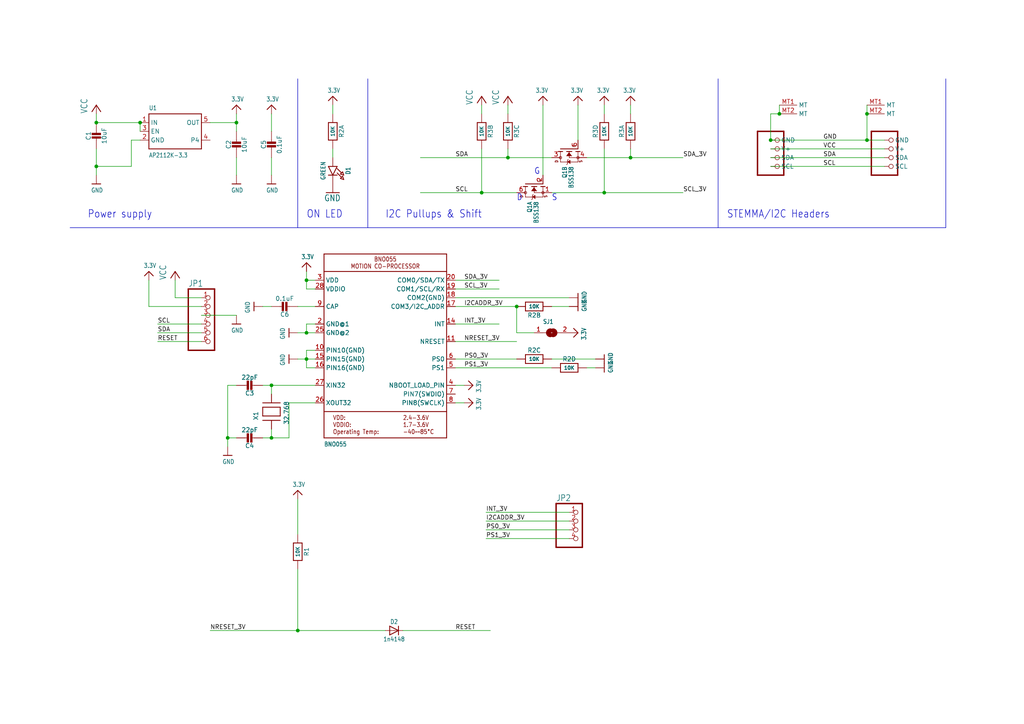
<source format=kicad_sch>
(kicad_sch (version 20231120) (generator "eeschema") (generator_version "8.0")
  (paper "A4")
  (title_block (title "BNO055_BREAKOUT") (date "SEPTEMBER 2024") (rev "SHEKHAR S"))
  (lib_symbols
    (symbol "Adafruit BNO055 STEMMA QT-eagle-import:3.3V" (power)
      (symbol "3.3V_1_0"
        (polyline (pts (xy -1.27 -1.27) (xy 0 0)) (stroke (width 0.254)))
        (polyline (pts (xy 0 0) (xy 1.27 -1.27)) (stroke (width 0.254)))
        (pin power_in line (at 0 -2.54 90) (length 2.54) (name "3.3V") (number "1"))
      )
    )
    (symbol "Adafruit BNO055 STEMMA QT-eagle-import:BNO055"
      (symbol "BNO055_1_0"
        (polyline (pts (xy -17.78 -27.94) (xy 17.78 -27.94)) (stroke (width 0.254)))
        (polyline (pts (xy -17.78 -20.32) (xy -17.78 -27.94)) (stroke (width 0.254)))
        (polyline (pts (xy -17.78 -20.32) (xy -17.78 20.32)) (stroke (width 0.254)))
        (polyline (pts (xy -17.78 20.32) (xy -17.78 25.4)) (stroke (width 0.254)))
        (polyline (pts (xy -17.78 20.32) (xy 17.78 20.32)) (stroke (width 0.254)))
        (polyline (pts (xy -17.78 25.4) (xy 17.78 25.4)) (stroke (width 0.254)))
        (polyline (pts (xy 17.78 -27.94) (xy 17.78 -20.32)) (stroke (width 0.254)))
        (polyline (pts (xy 17.78 -20.32) (xy -17.78 -20.32)) (stroke (width 0.254)))
        (polyline (pts (xy 17.78 20.32) (xy 17.78 -20.32)) (stroke (width 0.254)))
        (polyline (pts (xy 17.78 25.4) (xy 17.78 20.32)) (stroke (width 0.254)))
        (text "2.4-3.6V\n1.7-3.6V\n-40~~85°C" (at 5.08 -24.13 0) (effects (font (size 1.27 1.0795)) (justify left)))
        (text "BNO055\nMOTION CO-PROCESSOR" (at 0 22.86 0) (effects (font (size 1.27 1.0795))))
        (text "VDD:\nVDDIO:\nOperating Temp:" (at -15.24 -24.13 0) (effects (font (size 1.27 1.0795)) (justify left)))
        (pin bidirectional line (at -20.32 -2.54 0) (length 2.54) (name "PIN10(GND)") (number "10"))
        (pin bidirectional line (at 20.32 0 180) (length 2.54) (name "NRESET") (number "11"))
        (pin output line (at 20.32 5.08 180) (length 2.54) (name "INT") (number "14"))
        (pin bidirectional line (at -20.32 -5.08 0) (length 2.54) (name "PIN15(GND)") (number "15"))
        (pin bidirectional line (at -20.32 -7.62 0) (length 2.54) (name "PIN16(GND)") (number "16"))
        (pin bidirectional line (at 20.32 10.16 180) (length 2.54) (name "COM3/I2C_ADDR") (number "17"))
        (pin bidirectional line (at 20.32 12.7 180) (length 2.54) (name "COM2(GND)") (number "18"))
        (pin bidirectional line (at 20.32 15.24 180) (length 2.54) (name "COM1/SCL/RX") (number "19"))
        (pin power_in line (at -20.32 5.08 0) (length 2.54) (name "GND@1") (number "2"))
        (pin bidirectional line (at 20.32 17.78 180) (length 2.54) (name "COM0/SDA/TX") (number "20"))
        (pin power_in line (at -20.32 2.54 0) (length 2.54) (name "GND@2") (number "25"))
        (pin output line (at -20.32 -17.78 0) (length 2.54) (name "XOUT32") (number "26"))
        (pin input line (at -20.32 -12.7 0) (length 2.54) (name "XIN32") (number "27"))
        (pin power_in line (at -20.32 15.24 0) (length 2.54) (name "VDDIO") (number "28"))
        (pin power_in line (at -20.32 17.78 0) (length 2.54) (name "VDD") (number "3"))
        (pin bidirectional line (at 20.32 -12.7 180) (length 2.54) (name "NBOOT_LOAD_PIN") (number "4"))
        (pin input line (at 20.32 -7.62 180) (length 2.54) (name "PS1") (number "5"))
        (pin input line (at 20.32 -5.08 180) (length 2.54) (name "PS0") (number "6"))
        (pin bidirectional line (at 20.32 -15.24 180) (length 2.54) (name "PIN7(SWDIO)") (number "7"))
        (pin bidirectional line (at 20.32 -17.78 180) (length 2.54) (name "PIN8(SWCLK)") (number "8"))
        (pin passive line (at -20.32 10.16 0) (length 2.54) (name "CAP") (number "9"))
      )
    )
    (symbol "Adafruit BNO055 STEMMA QT-eagle-import:CAP_CERAMIC0603_NO"
      (property "Reference" "C" (at -2.29 1.25 90))
      (symbol "CAP_CERAMIC0603_NO_1_0"
        (rectangle (start -1.27 0.508) (end 1.27 1.016) (fill (type outline)))
        (rectangle (start -1.27 1.524) (end 1.27 2.032) (fill (type outline)))
        (polyline (pts (xy 0 0.762) (xy 0 0)) (stroke (width 0.1524)))
        (polyline (pts (xy 0 2.54) (xy 0 1.778)) (stroke (width 0.1524)))
        (pin passive line (at 0 5.08 270) (length 2.54) (name "1") (number "1"))
        (pin passive line (at 0 -2.54 90) (length 2.54) (name "2") (number "2"))
      )
    )
    (symbol "Adafruit BNO055 STEMMA QT-eagle-import:CAP_CERAMIC0805-NOOUTLINE"
      (property "Reference" "C" (at -2.29 1.25 90))
      (symbol "CAP_CERAMIC0805-NOOUTLINE_1_0"
        (rectangle (start -1.27 0.508) (end 1.27 1.016) (fill (type outline)))
        (rectangle (start -1.27 1.524) (end 1.27 2.032) (fill (type outline)))
        (polyline (pts (xy 0 0.762) (xy 0 0)) (stroke (width 0.1524)))
        (polyline (pts (xy 0 2.54) (xy 0 1.778)) (stroke (width 0.1524)))
        (pin passive line (at 0 5.08 270) (length 2.54) (name "1") (number "1"))
        (pin passive line (at 0 -2.54 90) (length 2.54) (name "2") (number "2"))
      )
    )
    (symbol "Adafruit BNO055 STEMMA QT-eagle-import:DIODESOD-323"
      (property "Reference" "D" (at 0 2.54 0))
      (symbol "DIODESOD-323_1_0"
        (polyline (pts (xy -1.27 -1.27) (xy 1.27 0)) (stroke (width 0.254)))
        (polyline (pts (xy -1.27 1.27) (xy -1.27 -1.27)) (stroke (width 0.254)))
        (polyline (pts (xy 1.27 0) (xy -1.27 1.27)) (stroke (width 0.254)))
        (polyline (pts (xy 1.27 0) (xy 1.27 -1.27)) (stroke (width 0.254)))
        (polyline (pts (xy 1.27 1.27) (xy 1.27 0)) (stroke (width 0.254)))
        (pin passive line (at -2.54 0 0) (length 2.54) (name "A") (number "A"))
        (pin passive line (at 2.54 0 180) (length 2.54) (name "C") (number "C"))
      )
    )
    (symbol "Adafruit BNO055 STEMMA QT-eagle-import:GND" (power)
      (symbol "GND_1_0"
        (polyline (pts (xy -1.27 0) (xy 1.27 0)) (stroke (width 0.254)))
        (pin power_in line (at 0 2.54 270) (length 2.54) (name "GND") (number "1"))
      )
    )
    (symbol "Adafruit BNO055 STEMMA QT-eagle-import:HEADER-1X476MIL"
      (property "Reference" "JP" (at -6.35 8.255 0))
      (symbol "HEADER-1X476MIL_1_0"
        (polyline (pts (xy -6.35 -5.08) (xy 1.27 -5.08)) (stroke (width 0.4064)))
        (polyline (pts (xy -6.35 7.62) (xy -6.35 -5.08)) (stroke (width 0.4064)))
        (polyline (pts (xy 1.27 -5.08) (xy 1.27 7.62)) (stroke (width 0.4064)))
        (polyline (pts (xy 1.27 7.62) (xy -6.35 7.62)) (stroke (width 0.4064)))
        (pin passive inverted (at -2.54 5.08 0) (length 2.54) (name "1") (number "1"))
        (pin passive inverted (at -2.54 2.54 0) (length 2.54) (name "2") (number "2"))
        (pin passive inverted (at -2.54 0 0) (length 2.54) (name "3") (number "3"))
        (pin passive inverted (at -2.54 -2.54 0) (length 2.54) (name "4") (number "4"))
      )
    )
    (symbol "Adafruit BNO055 STEMMA QT-eagle-import:HEADER-1X670MIL"
      (property "Reference" "JP" (at -6.35 10.795 0))
      (symbol "HEADER-1X670MIL_1_0"
        (polyline (pts (xy -6.35 -7.62) (xy 1.27 -7.62)) (stroke (width 0.4064)))
        (polyline (pts (xy -6.35 10.16) (xy -6.35 -7.62)) (stroke (width 0.4064)))
        (polyline (pts (xy 1.27 -7.62) (xy 1.27 10.16)) (stroke (width 0.4064)))
        (polyline (pts (xy 1.27 10.16) (xy -6.35 10.16)) (stroke (width 0.4064)))
        (pin passive inverted (at -2.54 7.62 0) (length 2.54) (name "1") (number "1"))
        (pin passive inverted (at -2.54 5.08 0) (length 2.54) (name "2") (number "2"))
        (pin passive inverted (at -2.54 2.54 0) (length 2.54) (name "3") (number "3"))
        (pin passive inverted (at -2.54 0 0) (length 2.54) (name "4") (number "4"))
        (pin passive inverted (at -2.54 -2.54 0) (length 2.54) (name "5") (number "5"))
        (pin passive inverted (at -2.54 -5.08 0) (length 2.54) (name "6") (number "6"))
      )
    )
    (symbol "Adafruit BNO055 STEMMA QT-eagle-import:LED0603_NOOUTLINE"
      (property "Reference" "D" (at -1.27 4.445 0))
      (symbol "LED0603_NOOUTLINE_1_0"
        (polyline (pts (xy -2.54 -1.27) (xy 0 0)) (stroke (width 0.254)))
        (polyline (pts (xy -2.54 1.27) (xy -2.54 -1.27)) (stroke (width 0.254)))
        (polyline (pts (xy -1.905 1.27) (xy -0.635 2.54)) (stroke (width 0.254)))
        (polyline (pts (xy -0.9525 2.8575) (xy -0.3175 2.2225)) (stroke (width 0.254)))
        (polyline (pts (xy -0.635 1.27) (xy 0.635 2.54)) (stroke (width 0.254)))
        (polyline (pts (xy -0.3175 2.2225) (xy 0 3.175)) (stroke (width 0.254)))
        (polyline (pts (xy 0 0) (xy -2.54 1.27)) (stroke (width 0.254)))
        (polyline (pts (xy 0 0) (xy 0 -1.27)) (stroke (width 0.254)))
        (polyline (pts (xy 0 1.27) (xy 0 0)) (stroke (width 0.254)))
        (polyline (pts (xy 0 3.175) (xy -0.9525 2.8575)) (stroke (width 0.254)))
        (polyline (pts (xy 0.3175 2.8575) (xy 0.9525 2.2225)) (stroke (width 0.254)))
        (polyline (pts (xy 0.9525 2.2225) (xy 1.27 3.175)) (stroke (width 0.254)))
        (polyline (pts (xy 1.27 3.175) (xy 0.3175 2.8575)) (stroke (width 0.254)))
        (pin passive line (at -5.08 0 0) (length 2.54) (name "A") (number "A"))
        (pin passive line (at 2.54 0 180) (length 2.54) (name "C") (number "C"))
      )
    )
    (symbol "Adafruit BNO055 STEMMA QT-eagle-import:MOSFET-N_DUAL"
      (property "Reference" "Q" (at 5.08 0.635 0))
      (symbol "MOSFET-N_DUAL_1_0"
        (polyline (pts (xy 0 2.54) (xy 0 -2.54)) (stroke (width 0.254)))
        (polyline (pts (xy 0.762 -2.54) (xy 0.762 -3.175)) (stroke (width 0.254)))
        (polyline (pts (xy 0.762 -1.905) (xy 0.762 -2.54)) (stroke (width 0.254)))
        (polyline (pts (xy 0.762 0) (xy 0.762 -0.762)) (stroke (width 0.254)))
        (polyline (pts (xy 0.762 0) (xy 2.54 0)) (stroke (width 0.1524)))
        (polyline (pts (xy 0.762 0.762) (xy 0.762 0)) (stroke (width 0.254)))
        (polyline (pts (xy 0.762 2.54) (xy 0.762 1.905)) (stroke (width 0.254)))
        (polyline (pts (xy 0.762 2.54) (xy 3.81 2.54)) (stroke (width 0.1524)))
        (polyline (pts (xy 0.762 3.175) (xy 0.762 2.54)) (stroke (width 0.254)))
        (polyline (pts (xy 2.54 -2.54) (xy 0.762 -2.54)) (stroke (width 0.1524)))
        (polyline (pts (xy 2.54 -2.54) (xy 3.81 -2.54)) (stroke (width 0.1524)))
        (polyline (pts (xy 2.54 0) (xy 2.54 -2.54)) (stroke (width 0.1524)))
        (polyline (pts (xy 3.302 0.508) (xy 3.048 0.254)) (stroke (width 0.1524)))
        (polyline (pts (xy 3.81 0.508) (xy 3.302 0.508)) (stroke (width 0.1524)))
        (polyline (pts (xy 3.81 0.508) (xy 3.81 -2.54)) (stroke (width 0.1524)))
        (polyline (pts (xy 3.81 2.54) (xy 3.81 0.508)) (stroke (width 0.1524)))
        (polyline (pts (xy 4.318 0.508) (xy 3.81 0.508)) (stroke (width 0.1524)))
        (polyline (pts (xy 4.572 0.762) (xy 4.318 0.508)) (stroke (width 0.1524)))
        (polyline (pts (xy 1.016 0) (xy 2.032 0.762) (xy 2.032 -0.762)) (stroke (width 0.1524)) (fill (type outline)))
        (polyline (pts (xy 3.81 0.508) (xy 3.302 -0.254) (xy 4.318 -0.254)) (stroke (width 0.1524)) (fill (type outline)))
        (circle (center 2.54 -2.54) (radius 0.3592))
        (circle (center 2.54 2.54) (radius 0.3592))
        (text "D" (at 3.175 3.175 0) (effects (font (size 0.8128 0.6908)) (justify left bottom)))
        (text "G" (at -1.27 -1.905 0) (effects (font (size 0.8128 0.6908)) (justify left bottom)))
        (text "S" (at 3.175 -3.81 0) (effects (font (size 0.8128 0.6908)) (justify left bottom)))
        (pin bidirectional line (at 2.54 -5.08 90) (length 2.54) (name "S") (number "1"))
        (pin bidirectional line (at -2.54 -2.54 0) (length 2.54) (name "G") (number "2"))
        (pin bidirectional line (at 2.54 5.08 270) (length 2.54) (name "D") (number "6"))
      )
      (symbol "MOSFET-N_DUAL_2_0"
        (polyline (pts (xy 0 2.54) (xy 0 -2.54)) (stroke (width 0.254)))
        (polyline (pts (xy 0.762 -2.54) (xy 0.762 -3.175)) (stroke (width 0.254)))
        (polyline (pts (xy 0.762 -1.905) (xy 0.762 -2.54)) (stroke (width 0.254)))
        (polyline (pts (xy 0.762 0) (xy 0.762 -0.762)) (stroke (width 0.254)))
        (polyline (pts (xy 0.762 0) (xy 2.54 0)) (stroke (width 0.1524)))
        (polyline (pts (xy 0.762 0.762) (xy 0.762 0)) (stroke (width 0.254)))
        (polyline (pts (xy 0.762 2.54) (xy 0.762 1.905)) (stroke (width 0.254)))
        (polyline (pts (xy 0.762 2.54) (xy 3.81 2.54)) (stroke (width 0.1524)))
        (polyline (pts (xy 0.762 3.175) (xy 0.762 2.54)) (stroke (width 0.254)))
        (polyline (pts (xy 2.54 -2.54) (xy 0.762 -2.54)) (stroke (width 0.1524)))
        (polyline (pts (xy 2.54 -2.54) (xy 3.81 -2.54)) (stroke (width 0.1524)))
        (polyline (pts (xy 2.54 0) (xy 2.54 -2.54)) (stroke (width 0.1524)))
        (polyline (pts (xy 3.302 0.508) (xy 3.048 0.254)) (stroke (width 0.1524)))
        (polyline (pts (xy 3.81 0.508) (xy 3.302 0.508)) (stroke (width 0.1524)))
        (polyline (pts (xy 3.81 0.508) (xy 3.81 -2.54)) (stroke (width 0.1524)))
        (polyline (pts (xy 3.81 2.54) (xy 3.81 0.508)) (stroke (width 0.1524)))
        (polyline (pts (xy 4.318 0.508) (xy 3.81 0.508)) (stroke (width 0.1524)))
        (polyline (pts (xy 4.572 0.762) (xy 4.318 0.508)) (stroke (width 0.1524)))
        (polyline (pts (xy 1.016 0) (xy 2.032 0.762) (xy 2.032 -0.762)) (stroke (width 0.1524)) (fill (type outline)))
        (polyline (pts (xy 3.81 0.508) (xy 3.302 -0.254) (xy 4.318 -0.254)) (stroke (width 0.1524)) (fill (type outline)))
        (circle (center 2.54 -2.54) (radius 0.3592))
        (circle (center 2.54 2.54) (radius 0.3592))
        (text "D" (at 3.175 3.175 0) (effects (font (size 0.8128 0.6908)) (justify left bottom)))
        (text "G" (at -1.27 -1.905 0) (effects (font (size 0.8128 0.6908)) (justify left bottom)))
        (text "S" (at 3.175 -3.81 0) (effects (font (size 0.8128 0.6908)) (justify left bottom)))
        (pin bidirectional line (at 2.54 5.08 270) (length 2.54) (name "D") (number "3"))
        (pin bidirectional line (at 2.54 -5.08 90) (length 2.54) (name "S") (number "4"))
        (pin bidirectional line (at -2.54 -2.54 0) (length 2.54) (name "G") (number "5"))
      )
    )
    (symbol "Adafruit BNO055 STEMMA QT-eagle-import:RESISTOR_0603_NOOUT"
      (property "Reference" "R" (at 0 2.54 0))
      (symbol "RESISTOR_0603_NOOUT_1_0"
        (polyline (pts (xy -2.54 -1.27) (xy -2.54 1.27)) (stroke (width 0.254)))
        (polyline (pts (xy -2.54 1.27) (xy 2.54 1.27)) (stroke (width 0.254)))
        (polyline (pts (xy 2.54 -1.27) (xy -2.54 -1.27)) (stroke (width 0.254)))
        (polyline (pts (xy 2.54 1.27) (xy 2.54 -1.27)) (stroke (width 0.254)))
        (pin passive line (at -5.08 0 0) (length 2.54) (name "1") (number "1"))
        (pin passive line (at 5.08 0 180) (length 2.54) (name "2") (number "2"))
      )
    )
    (symbol "Adafruit BNO055 STEMMA QT-eagle-import:RESISTOR_4PACK"
      (property "Reference" "R" (at 0 2.54 0))
      (symbol "RESISTOR_4PACK_1_0"
        (polyline (pts (xy -2.54 -1.27) (xy -2.54 1.27)) (stroke (width 0.254)))
        (polyline (pts (xy -2.54 1.27) (xy 2.54 1.27)) (stroke (width 0.254)))
        (polyline (pts (xy 2.54 -1.27) (xy -2.54 -1.27)) (stroke (width 0.254)))
        (polyline (pts (xy 2.54 1.27) (xy 2.54 -1.27)) (stroke (width 0.254)))
        (pin passive line (at -5.08 0 0) (length 2.54) (name "1") (number "1"))
        (pin passive line (at 5.08 0 180) (length 2.54) (name "2") (number "8"))
      )
      (symbol "RESISTOR_4PACK_2_0"
        (polyline (pts (xy -2.54 -1.27) (xy -2.54 1.27)) (stroke (width 0.254)))
        (polyline (pts (xy -2.54 1.27) (xy 2.54 1.27)) (stroke (width 0.254)))
        (polyline (pts (xy 2.54 -1.27) (xy -2.54 -1.27)) (stroke (width 0.254)))
        (polyline (pts (xy 2.54 1.27) (xy 2.54 -1.27)) (stroke (width 0.254)))
        (pin passive line (at -5.08 0 0) (length 2.54) (name "1") (number "2"))
        (pin passive line (at 5.08 0 180) (length 2.54) (name "2") (number "7"))
      )
      (symbol "RESISTOR_4PACK_3_0"
        (polyline (pts (xy -2.54 -1.27) (xy -2.54 1.27)) (stroke (width 0.254)))
        (polyline (pts (xy -2.54 1.27) (xy 2.54 1.27)) (stroke (width 0.254)))
        (polyline (pts (xy 2.54 -1.27) (xy -2.54 -1.27)) (stroke (width 0.254)))
        (polyline (pts (xy 2.54 1.27) (xy 2.54 -1.27)) (stroke (width 0.254)))
        (pin passive line (at -5.08 0 0) (length 2.54) (name "1") (number "3"))
        (pin passive line (at 5.08 0 180) (length 2.54) (name "2") (number "6"))
      )
      (symbol "RESISTOR_4PACK_4_0"
        (polyline (pts (xy -2.54 -1.27) (xy -2.54 1.27)) (stroke (width 0.254)))
        (polyline (pts (xy -2.54 1.27) (xy 2.54 1.27)) (stroke (width 0.254)))
        (polyline (pts (xy 2.54 -1.27) (xy -2.54 -1.27)) (stroke (width 0.254)))
        (polyline (pts (xy 2.54 1.27) (xy 2.54 -1.27)) (stroke (width 0.254)))
        (pin passive line (at -5.08 0 0) (length 2.54) (name "1") (number "4"))
        (pin passive line (at 5.08 0 180) (length 2.54) (name "2") (number "5"))
      )
    )
    (symbol "Adafruit BNO055 STEMMA QT-eagle-import:SOLDERJUMPER"
      (property "Reference" "SJ" (at -2.54 2.54 0))
      (symbol "SOLDERJUMPER_1_0"
        (arc (start -0.3808 0.635) (mid -1.0159 0.0001) (end -0.381 -0.635) (stroke (width 1.27)))
        (polyline (pts (xy -2.54 0) (xy -1.651 0)) (stroke (width 0.1524)))
        (polyline (pts (xy 2.54 0) (xy 1.651 0)) (stroke (width 0.1524)))
        (arc (start 0.3808 -0.635) (mid 1.0159 -0.0001) (end 0.381 0.635) (stroke (width 1.27)))
        (pin passive line (at -5.08 0 0) (length 2.54) (name "1") (number "1"))
        (pin passive line (at 5.08 0 180) (length 2.54) (name "2") (number "2"))
      )
    )
    (symbol "Adafruit BNO055 STEMMA QT-eagle-import:STEMMA_I2C_QT"
      (symbol "STEMMA_I2C_QT_1_0"
        (polyline (pts (xy -3.81 -5.08) (xy 3.81 -5.08)) (stroke (width 0.4064)))
        (polyline (pts (xy -3.81 7.62) (xy -3.81 -5.08)) (stroke (width 0.4064)))
        (polyline (pts (xy 3.81 -5.08) (xy 3.81 7.62)) (stroke (width 0.4064)))
        (polyline (pts (xy 3.81 7.62) (xy -3.81 7.62)) (stroke (width 0.4064)))
        (pin passive inverted (at 0 5.08 0) (length 2.54) (name "GND") (number "1"))
        (pin passive inverted (at 0 2.54 0) (length 2.54) (name "V+") (number "2"))
        (pin passive inverted (at 0 0 0) (length 2.54) (name "SDA") (number "3"))
        (pin passive inverted (at 0 -2.54 0) (length 2.54) (name "SCL") (number "4"))
      )
      (symbol "STEMMA_I2C_QT_2_0"
        (pin bidirectional line (at 0 0 0) (length 5.08) (name "MT") (number "MT1"))
      )
      (symbol "STEMMA_I2C_QT_3_0"
        (pin bidirectional line (at 0 0 0) (length 5.08) (name "MT") (number "MT2"))
      )
    )
    (symbol "Adafruit BNO055 STEMMA QT-eagle-import:VCC" (power)
      (symbol "VCC_1_0"
        (polyline (pts (xy 0 0) (xy -1.27 -1.905)) (stroke (width 0.254)))
        (polyline (pts (xy 1.27 -1.905) (xy 0 0)) (stroke (width 0.254)))
        (pin power_in line (at 0 -2.54 90) (length 2.54) (name "VCC") (number "1"))
      )
    )
    (symbol "Adafruit BNO055 STEMMA QT-eagle-import:VREG_SOT23-5"
      (property "Reference" "U" (at -7.62 6.096 0))
      (symbol "VREG_SOT23-5_1_0"
        (polyline (pts (xy -7.62 -5.08) (xy -7.62 5.08)) (stroke (width 0.254)))
        (polyline (pts (xy -7.62 5.08) (xy 7.62 5.08)) (stroke (width 0.254)))
        (polyline (pts (xy 7.62 -5.08) (xy -7.62 -5.08)) (stroke (width 0.254)))
        (polyline (pts (xy 7.62 5.08) (xy 7.62 -5.08)) (stroke (width 0.254)))
        (pin power_in line (at -10.16 2.54 0) (length 2.54) (name "IN") (number "1"))
        (pin power_in line (at -10.16 -2.54 0) (length 2.54) (name "GND") (number "2"))
        (pin input line (at -10.16 0 0) (length 2.54) (name "EN") (number "3"))
        (pin bidirectional line (at 10.16 -2.54 180) (length 2.54) (name "P4") (number "4"))
        (pin power_in line (at 10.16 2.54 180) (length 2.54) (name "OUT") (number "5"))
      )
    )
    (symbol "Adafruit BNO055 STEMMA QT-eagle-import:XTAL-3.2X1.5"
      (property "Reference" "X" (at -2.54 3.81 0))
      (symbol "XTAL-3.2X1.5_1_0"
        (polyline (pts (xy -2.54 2.54) (xy -2.54 -2.54)) (stroke (width 0.254)))
        (polyline (pts (xy -1.27 -2.54) (xy 1.27 -2.54)) (stroke (width 0.254)))
        (polyline (pts (xy -1.27 2.54) (xy -1.27 -2.54)) (stroke (width 0.254)))
        (polyline (pts (xy 1.27 -2.54) (xy 1.27 2.54)) (stroke (width 0.254)))
        (polyline (pts (xy 1.27 2.54) (xy -1.27 2.54)) (stroke (width 0.254)))
        (polyline (pts (xy 2.54 2.54) (xy 2.54 -2.54)) (stroke (width 0.254)))
        (pin bidirectional line (at -5.08 0 0) (length 2.54) (name "P$1") (number "P$1"))
        (pin bidirectional line (at 5.08 0 180) (length 2.54) (name "P$2") (number "P$2"))
      )
    )
    (symbol "Adafruit BNO055 STEMMA QT-eagle-import:supply1_GND" (power)
      (symbol "supply1_GND_1_0"
        (polyline (pts (xy -1.905 0) (xy 1.905 0)) (stroke (width 0.254)))
        (pin power_in line (at 0 2.54 270) (length 2.54) (name "GND") (number "1"))
      )
    )
  )
  (junction (at 88.9 81.28))
  (junction (at 88.9 104.14))
  (junction (at 78.74 127))
  (junction (at 251.46 33.02))
  (junction (at 175.26 55.88))
  (junction (at 27.94 48.26))
  (junction (at 78.74 111.76))
  (junction (at 223.52 40.64))
  (junction (at 86.36 182.88))
  (junction (at 139.7 55.88))
  (junction (at 182.88 45.72))
  (junction (at 147.32 45.72))
  (junction (at 226.06 33.02))
  (junction (at 27.94 35.56))
  (junction (at 149.86 88.9))
  (junction (at 251.46 40.64))
  (junction (at 40.64 35.56))
  (junction (at 68.58 35.56))
  (junction (at 88.9 96.52))
  (junction (at 66.04 127))
  (wire (pts (xy 58.42 93.98) (xy 45.72 93.98)) (stroke (width 0.1524)))
  (wire (pts (xy 58.42 86.36) (xy 50.8 86.36)) (stroke (width 0.1524)))
  (wire (pts (xy 251.46 33.02) (xy 251.46 40.64)) (stroke (width 0.1524)))
  (wire (pts (xy 256.54 45.72) (xy 223.52 45.72)) (stroke (width 0.1524)))
  (wire (pts (xy 132.08 104.14) (xy 149.86 104.14)) (stroke (width 0.1524)))
  (wire (pts (xy 91.44 106.68) (xy 88.9 106.68)) (stroke (width 0.1524)))
  (wire (pts (xy 58.42 99.06) (xy 45.72 99.06)) (stroke (width 0.1524)))
  (wire (pts (xy 223.52 43.18) (xy 256.54 43.18)) (stroke (width 0.1524)))
  (wire (pts (xy 60.96 35.56) (xy 68.58 35.56)) (stroke (width 0.1524)))
  (wire (pts (xy 91.44 93.98) (xy 88.9 93.98)) (stroke (width 0.1524)))
  (wire (pts (xy 78.74 45.72) (xy 78.74 50.8)) (stroke (width 0.1524)))
  (wire (pts (xy 68.58 45.72) (xy 68.58 50.8)) (stroke (width 0.1524)))
  (wire (pts (xy 139.7 43.18) (xy 139.7 55.88)) (stroke (width 0.1524)))
  (wire (pts (xy 175.26 43.18) (xy 175.26 55.88)) (stroke (width 0.1524)))
  (wire (pts (xy 27.94 48.26) (xy 27.94 43.18)) (stroke (width 0.1524)))
  (wire (pts (xy 160.02 55.88) (xy 175.26 55.88)) (stroke (width 0.1524)))
  (wire (pts (xy 132.08 106.68) (xy 160.02 106.68)) (stroke (width 0.1524)))
  (wire (pts (xy 27.94 48.26) (xy 27.94 50.8)) (stroke (width 0.1524)))
  (wire (pts (xy 27.94 33.02) (xy 27.94 35.56)) (stroke (width 0.1524)))
  (wire (pts (xy 165.1 86.36) (xy 132.08 86.36)) (stroke (width 0.1524)))
  (wire (pts (xy 88.9 104.14) (xy 86.36 104.14)) (stroke (width 0.1524)))
  (wire (pts (xy 132.08 88.9) (xy 149.86 88.9)) (stroke (width 0.1524)))
  (wire (pts (xy 147.32 43.18) (xy 147.32 45.72)) (stroke (width 0.1524)))
  (wire (pts (xy 132.08 99.06) (xy 149.86 99.06)) (stroke (width 0.1524)))
  (wire (pts (xy 86.36 165.1) (xy 86.36 182.88)) (stroke (width 0.1524)))
  (wire (pts (xy 88.9 101.6) (xy 88.9 104.14)) (stroke (width 0.1524)))
  (wire (pts (xy 170.18 106.68) (xy 172.72 106.68)) (stroke (width 0.1524)))
  (wire (pts (xy 140.97 153.67) (xy 165.1 153.67)) (stroke (width 0.1524)))
  (wire (pts (xy 50.8 86.36) (xy 50.8 81.28)) (stroke (width 0.1524)))
  (wire (pts (xy 226.06 33.02) (xy 223.52 33.02)) (stroke (width 0.1524)))
  (wire (pts (xy 182.88 45.72) (xy 198.12 45.72)) (stroke (width 0.1524)))
  (wire (pts (xy 182.88 33.02) (xy 182.88 30.48)) (stroke (width 0.1524)))
  (wire (pts (xy 140.97 151.13) (xy 165.1 151.13)) (stroke (width 0.1524)))
  (wire (pts (xy 175.26 33.02) (xy 175.26 30.48)) (stroke (width 0.1524)))
  (wire (pts (xy 88.9 81.28) (xy 88.9 78.74)) (stroke (width 0.1524)))
  (wire (pts (xy 58.42 96.52) (xy 45.72 96.52)) (stroke (width 0.1524)))
  (wire (pts (xy 223.52 48.26) (xy 256.54 48.26)) (stroke (width 0.1524)))
  (wire (pts (xy 40.64 38.1) (xy 40.64 35.56)) (stroke (width 0.1524)))
  (wire (pts (xy 78.74 88.9) (xy 76.2 88.9)) (stroke (width 0.1524)))
  (wire (pts (xy 139.7 30.48) (xy 139.7 33.02)) (stroke (width 0.1524)))
  (wire (pts (xy 83.82 127) (xy 78.74 127)) (stroke (width 0.1524)))
  (wire (pts (xy 91.44 111.76) (xy 78.74 111.76)) (stroke (width 0.1524)))
  (wire (pts (xy 175.26 55.88) (xy 198.12 55.88)) (stroke (width 0.1524)))
  (wire (pts (xy 157.48 50.8) (xy 157.48 30.48)) (stroke (width 0.1524)))
  (wire (pts (xy 88.9 83.82) (xy 88.9 81.28)) (stroke (width 0.1524)))
  (wire (pts (xy 78.74 111.76) (xy 76.2 111.76)) (stroke (width 0.1524)))
  (wire (pts (xy 140.97 148.59) (xy 165.1 148.59)) (stroke (width 0.1524)))
  (wire (pts (xy 60.96 182.88) (xy 86.36 182.88)) (stroke (width 0.1524)))
  (wire (pts (xy 132.08 81.28) (xy 144.78 81.28)) (stroke (width 0.1524)))
  (wire (pts (xy 68.58 35.56) (xy 68.58 38.1)) (stroke (width 0.1524)))
  (polyline (pts (xy 106.68 66.04) (xy 208.28 66.04)) (stroke (width 0.1524) (type solid)))
  (wire (pts (xy 170.18 45.72) (xy 182.88 45.72)) (stroke (width 0.1524)))
  (wire (pts (xy 88.9 106.68) (xy 88.9 104.14)) (stroke (width 0.1524)))
  (wire (pts (xy 40.64 40.64) (xy 38.1 40.64)) (stroke (width 0.1524)))
  (wire (pts (xy 68.58 127) (xy 66.04 127)) (stroke (width 0.1524)))
  (wire (pts (xy 226.06 30.48) (xy 226.06 33.02)) (stroke (width 0.1524)))
  (wire (pts (xy 91.44 101.6) (xy 88.9 101.6)) (stroke (width 0.1524)))
  (wire (pts (xy 147.32 45.72) (xy 121.92 45.72)) (stroke (width 0.1524)))
  (wire (pts (xy 251.46 30.48) (xy 251.46 33.02)) (stroke (width 0.1524)))
  (wire (pts (xy 78.74 114.3) (xy 78.74 111.76)) (stroke (width 0.1524)))
  (wire (pts (xy 78.74 127) (xy 76.2 127)) (stroke (width 0.1524)))
  (wire (pts (xy 140.97 156.21) (xy 165.1 156.21)) (stroke (width 0.1524)))
  (polyline (pts (xy 208.28 66.04) (xy 274.32 66.04)) (stroke (width 0.1524) (type solid)))
  (wire (pts (xy 149.86 96.52) (xy 154.94 96.52)) (stroke (width 0.1524)))
  (wire (pts (xy 96.52 30.48) (xy 96.52 33.02)) (stroke (width 0.1524)))
  (wire (pts (xy 86.36 154.94) (xy 86.36 144.78)) (stroke (width 0.1524)))
  (wire (pts (xy 78.74 124.46) (xy 78.74 127)) (stroke (width 0.1524)))
  (wire (pts (xy 132.08 111.76) (xy 134.62 111.76)) (stroke (width 0.1524)))
  (wire (pts (xy 43.18 88.9) (xy 43.18 81.28)) (stroke (width 0.1524)))
  (wire (pts (xy 160.02 45.72) (xy 147.32 45.72)) (stroke (width 0.1524)))
  (wire (pts (xy 147.32 33.02) (xy 147.32 30.48)) (stroke (width 0.1524)))
  (wire (pts (xy 182.88 43.18) (xy 182.88 45.72)) (stroke (width 0.1524)))
  (wire (pts (xy 83.82 116.84) (xy 83.82 127)) (stroke (width 0.1524)))
  (wire (pts (xy 132.08 83.82) (xy 144.78 83.82)) (stroke (width 0.1524)))
  (wire (pts (xy 91.44 104.14) (xy 88.9 104.14)) (stroke (width 0.1524)))
  (wire (pts (xy 68.58 111.76) (xy 66.04 111.76)) (stroke (width 0.1524)))
  (polyline (pts (xy 20.32 66.04) (xy 86.36 66.04)) (stroke (width 0.1524) (type solid)))
  (wire (pts (xy 58.42 88.9) (xy 43.18 88.9)) (stroke (width 0.1524)))
  (wire (pts (xy 78.74 33.02) (xy 78.74 38.1)) (stroke (width 0.1524)))
  (wire (pts (xy 165.1 88.9) (xy 160.02 88.9)) (stroke (width 0.1524)))
  (wire (pts (xy 38.1 40.64) (xy 38.1 48.26)) (stroke (width 0.1524)))
  (wire (pts (xy 91.44 81.28) (xy 88.9 81.28)) (stroke (width 0.1524)))
  (polyline (pts (xy 274.32 22.86) (xy 274.32 66.04)) (stroke (width 0.1524) (type solid)))
  (wire (pts (xy 58.42 91.44) (xy 68.58 91.44)) (stroke (width 0.1524)))
  (wire (pts (xy 223.52 33.02) (xy 223.52 40.64)) (stroke (width 0.1524)))
  (wire (pts (xy 96.52 45.72) (xy 96.52 43.18)) (stroke (width 0.1524)))
  (polyline (pts (xy 86.36 22.86) (xy 86.36 66.04)) (stroke (width 0.1524) (type solid)))
  (wire (pts (xy 88.9 93.98) (xy 88.9 96.52)) (stroke (width 0.1524)))
  (wire (pts (xy 132.08 93.98) (xy 144.78 93.98)) (stroke (width 0.1524)))
  (wire (pts (xy 91.44 116.84) (xy 83.82 116.84)) (stroke (width 0.1524)))
  (wire (pts (xy 149.86 55.88) (xy 139.7 55.88)) (stroke (width 0.1524)))
  (wire (pts (xy 149.86 88.9) (xy 149.86 96.52)) (stroke (width 0.1524)))
  (wire (pts (xy 38.1 48.26) (xy 27.94 48.26)) (stroke (width 0.1524)))
  (polyline (pts (xy 86.36 66.04) (xy 106.68 66.04)) (stroke (width 0.1524) (type solid)))
  (wire (pts (xy 256.54 40.64) (xy 251.46 40.64)) (stroke (width 0.1524)))
  (wire (pts (xy 91.44 96.52) (xy 88.9 96.52)) (stroke (width 0.1524)))
  (wire (pts (xy 66.04 111.76) (xy 66.04 127)) (stroke (width 0.1524)))
  (wire (pts (xy 66.04 127) (xy 66.04 129.54)) (stroke (width 0.1524)))
  (wire (pts (xy 251.46 40.64) (xy 223.52 40.64)) (stroke (width 0.1524)))
  (wire (pts (xy 160.02 104.14) (xy 172.72 104.14)) (stroke (width 0.1524)))
  (polyline (pts (xy 208.28 22.86) (xy 208.28 66.04)) (stroke (width 0.1524) (type solid)))
  (wire (pts (xy 116.84 182.88) (xy 142.24 182.88)) (stroke (width 0.1524)))
  (wire (pts (xy 40.64 35.56) (xy 27.94 35.56)) (stroke (width 0.1524)))
  (wire (pts (xy 86.36 182.88) (xy 111.76 182.88)) (stroke (width 0.1524)))
  (wire (pts (xy 68.58 35.56) (xy 68.58 33.02)) (stroke (width 0.1524)))
  (wire (pts (xy 88.9 96.52) (xy 86.36 96.52)) (stroke (width 0.1524)))
  (wire (pts (xy 167.64 40.64) (xy 167.64 30.48)) (stroke (width 0.1524)))
  (wire (pts (xy 134.62 116.84) (xy 132.08 116.84)) (stroke (width 0.1524)))
  (polyline (pts (xy 106.68 22.86) (xy 106.68 66.04)) (stroke (width 0.1524) (type solid)))
  (wire (pts (xy 91.44 83.82) (xy 88.9 83.82)) (stroke (width 0.1524)))
  (wire (pts (xy 91.44 88.9) (xy 86.36 88.9)) (stroke (width 0.1524)))
  (wire (pts (xy 139.7 55.88) (xy 121.92 55.88)) (stroke (width 0.1524)))
  (text "S" (at 160.02 58.42 0) (effects (font (size 1.778 1.5113)) (justify left bottom)))
  (text "I2C Pullups & Shift" (at 111.76 63.5 0) (effects (font (size 2.1844 1.8567)) (justify left bottom)))
  (text "G" (at 154.94 50.8 0) (effects (font (size 1.778 1.5113)) (justify left bottom)))
  (text "ON LED" (at 88.9 63.5 0) (effects (font (size 2.1844 1.8567)) (justify left bottom)))
  (text "D" (at 149.86 58.42 0) (effects (font (size 1.778 1.5113)) (justify left bottom)))
  (text "STEMMA/I2C Headers" (at 210.82 63.5 0) (effects (font (size 2.1844 1.8567)) (justify left bottom)))
  (text "Power supply" (at 25.4 63.5 0) (effects (font (size 2.1844 1.8567)) (justify left bottom)))
  (label "PS0_3V" (at 140.97 153.67 0) (effects (font (size 1.2446 1.2446))))
  (label "VCC" (at 238.76 43.18 0) (effects (font (size 1.2446 1.2446))))
  (label "PS0_3V" (at 134.62 104.14 0) (effects (font (size 1.2446 1.2446))))
  (label "SDA" (at 238.76 45.72 0) (effects (font (size 1.2446 1.2446))))
  (label "I2CADDR_3V" (at 140.97 151.13 0) (effects (font (size 1.2446 1.2446))))
  (label "SCL_3V" (at 198.12 55.88 0) (effects (font (size 1.2446 1.2446))))
  (label "RESET" (at 132.08 182.88 0) (effects (font (size 1.2446 1.2446))))
  (label "I2CADDR_3V" (at 134.62 88.9 0) (effects (font (size 1.2446 1.2446))))
  (label "SCL" (at 45.72 93.98 0) (effects (font (size 1.2446 1.2446))))
  (label "SDA_3V" (at 134.62 81.28 0) (effects (font (size 1.2446 1.2446))))
  (label "GND" (at 238.76 40.64 0) (effects (font (size 1.2446 1.2446))))
  (label "RESET" (at 45.72 99.06 0) (effects (font (size 1.2446 1.2446))))
  (label "PS1_3V" (at 134.62 106.68 0) (effects (font (size 1.2446 1.2446))))
  (label "SCL" (at 132.08 55.88 0) (effects (font (size 1.2446 1.2446))))
  (label "NRESET_3V" (at 134.62 99.06 0) (effects (font (size 1.2446 1.2446))))
  (label "SDA" (at 45.72 96.52 0) (effects (font (size 1.2446 1.2446))))
  (label "SCL" (at 238.76 48.26 0) (effects (font (size 1.2446 1.2446))))
  (label "PS1_3V" (at 140.97 156.21 0) (effects (font (size 1.2446 1.2446))))
  (label "INT_3V" (at 134.62 93.98 0) (effects (font (size 1.2446 1.2446))))
  (label "SDA" (at 132.08 45.72 0) (effects (font (size 1.2446 1.2446))))
  (label "NRESET_3V" (at 60.96 182.88 0) (effects (font (size 1.2446 1.2446))))
  (label "SDA_3V" (at 198.12 45.72 0) (effects (font (size 1.2446 1.2446))))
  (label "SCL_3V" (at 134.62 83.82 0) (effects (font (size 1.2446 1.2446))))
  (label "INT_3V" (at 140.97 148.59 0) (effects (font (size 1.2446 1.2446))))
  (symbol (lib_id "Adafruit BNO055 STEMMA QT-eagle-import:RESISTOR_4PACK") (at 165.1 106.68 0) (unit 4)
    (property "Reference" "R2" (at 165.1 104.14 0))
    (property "Value" "10K" (at 165.1 106.68 0) (effects (font (size 1.016 1.016) (bold yes))))
    (property "Footprint" "Adafruit BNO055 STEMMA QT:RESPACK_4X0603" (effects (hide yes)))
  )
  (symbol (lib_id "Adafruit BNO055 STEMMA QT-eagle-import:3.3V") (at 43.18 78.74 0) (unit 1)
    (property "Reference" "#U$02" (effects (hide yes)))
    (property "Value" "3.3V" (at 41.656 77.724 0) (effects (font (size 1.27 1.0795)) (justify left bottom)))
  )
  (symbol (lib_id "Adafruit BNO055 STEMMA QT-eagle-import:MOSFET-N_DUAL") (at 165.1 43.18 90) (mirror x) (unit 2)
    (property "Reference" "Q1" (at 164.465 48.26 0) (effects (font (size 1.27 1.0795)) (justify left bottom)))
    (property "Value" "BSS138" (at 166.37 48.26 0) (effects (font (size 1.27 1.0795)) (justify left bottom)))
    (property "Footprint" "Adafruit BNO055 STEMMA QT:SOT363" (effects (hide yes)))
  )
  (symbol (lib_id "Adafruit BNO055 STEMMA QT-eagle-import:3.3V") (at 68.58 30.48 0) (unit 1)
    (property "Reference" "#U$04" (effects (hide yes)))
    (property "Value" "3.3V" (at 67.056 29.464 0) (effects (font (size 1.27 1.0795)) (justify left bottom)))
  )
  (symbol (lib_id "Adafruit BNO055 STEMMA QT-eagle-import:3.3V") (at 182.88 27.94 0) (mirror y) (unit 1)
    (property "Reference" "#U$025" (effects (hide yes)))
    (property "Value" "3.3V" (at 184.404 26.924 0) (effects (font (size 1.27 1.0795)) (justify left bottom)))
  )
  (symbol (lib_id "Adafruit BNO055 STEMMA QT-eagle-import:RESISTOR_0603_NOOUT") (at 86.36 160.02 270) (unit 1)
    (property "Reference" "R1" (at 88.9 160.02 0))
    (property "Value" "10K" (at 86.36 160.02 0) (effects (font (size 1.016 1.016) (bold yes))))
    (property "Footprint" "Adafruit BNO055 STEMMA QT:0603-NO" (effects (hide yes)))
  )
  (symbol (lib_id "Adafruit BNO055 STEMMA QT-eagle-import:GND") (at 175.26 106.68 90) (unit 1)
    (property "Reference" "#U$024" (effects (hide yes)))
    (property "Value" "GND" (at 177.8 108.204 0) (effects (font (size 1.27 1.0795)) (justify left bottom)))
  )
  (symbol (lib_id "Adafruit BNO055 STEMMA QT-eagle-import:RESISTOR_4PACK") (at 154.94 104.14 0) (unit 3)
    (property "Reference" "R2" (at 154.94 101.6 0))
    (property "Value" "10K" (at 154.94 104.14 0) (effects (font (size 1.016 1.016) (bold yes))))
    (property "Footprint" "Adafruit BNO055 STEMMA QT:RESPACK_4X0603" (effects (hide yes)))
  )
  (symbol (lib_id "Adafruit BNO055 STEMMA QT-eagle-import:GND") (at 78.74 53.34 0) (unit 1)
    (property "Reference" "#U$09" (effects (hide yes)))
    (property "Value" "GND" (at 77.216 55.88 0) (effects (font (size 1.27 1.0795)) (justify left bottom)))
  )
  (symbol (lib_id "Adafruit BNO055 STEMMA QT-eagle-import:CAP_CERAMIC0603_NO") (at 73.66 127 90) (unit 1)
    (property "Reference" "C4" (at 72.41 129.29 90))
    (property "Value" "22pF" (at 72.41 124.7 90))
    (property "Footprint" "Adafruit BNO055 STEMMA QT:0603-NO" (effects (hide yes)))
  )
  (symbol (lib_id "Adafruit BNO055 STEMMA QT-eagle-import:XTAL-3.2X1.5") (at 78.74 119.38 90) (unit 1)
    (property "Reference" "X1" (at 74.93 121.92 0) (effects (justify left bottom)))
    (property "Value" "32.768" (at 83.82 123.19 0) (effects (justify left bottom)))
    (property "Footprint" "Adafruit BNO055 STEMMA QT:XTAL3215" (effects (hide yes)))
  )
  (symbol (lib_id "Adafruit BNO055 STEMMA QT-eagle-import:STEMMA_I2C_QT") (at 256.54 45.72 0) (unit 1)
    (property "Reference" "CONN2" (effects (hide yes)))
    (property "Value" "STEMMA_I2C_QT" (effects (hide yes)))
    (property "Footprint" "Adafruit BNO055 STEMMA QT:JST_SH4" (effects (hide yes)))
  )
  (symbol (lib_id "Adafruit BNO055 STEMMA QT-eagle-import:RESISTOR_4PACK") (at 154.94 88.9 180) (unit 2)
    (property "Reference" "R2" (at 154.94 91.44 0))
    (property "Value" "10K" (at 154.94 88.9 0) (effects (font (size 1.016 1.016) (bold yes))))
    (property "Footprint" "Adafruit BNO055 STEMMA QT:RESPACK_4X0603" (effects (hide yes)))
  )
  (symbol (lib_id "Adafruit BNO055 STEMMA QT-eagle-import:CAP_CERAMIC0603_NO") (at 83.82 88.9 90) (unit 1)
    (property "Reference" "C6" (at 82.57 91.19 90))
    (property "Value" "0.1uF" (at 82.57 86.6 90))
    (property "Footprint" "Adafruit BNO055 STEMMA QT:0603-NO" (effects (hide yes)))
  )
  (symbol (lib_id "Adafruit BNO055 STEMMA QT-eagle-import:RESISTOR_4PACK") (at 147.32 38.1 270) (unit 3)
    (property "Reference" "R3" (at 149.86 38.1 0))
    (property "Value" "10K" (at 147.32 38.1 0) (effects (font (size 1.016 1.016) (bold yes))))
    (property "Footprint" "Adafruit BNO055 STEMMA QT:RESPACK_4X0603" (effects (hide yes)))
  )
  (symbol (lib_id "Adafruit BNO055 STEMMA QT-eagle-import:3.3V") (at 96.52 27.94 0) (unit 1)
    (property "Reference" "#U$014" (effects (hide yes)))
    (property "Value" "3.3V" (at 94.996 26.924 0) (effects (font (size 1.27 1.0795)) (justify left bottom)))
  )
  (symbol (lib_id "Adafruit BNO055 STEMMA QT-eagle-import:3.3V") (at 167.64 27.94 0) (mirror y) (unit 1)
    (property "Reference" "#U$018" (effects (hide yes)))
    (property "Value" "3.3V" (at 169.164 26.924 0) (effects (font (size 1.27 1.0795)) (justify left bottom)))
  )
  (symbol (lib_id "Adafruit BNO055 STEMMA QT-eagle-import:3.3V") (at 137.16 116.84 270) (unit 1)
    (property "Reference" "#U$016" (effects (hide yes)))
    (property "Value" "3.3V" (at 138.176 115.316 0) (effects (font (size 1.27 1.0795)) (justify left bottom)))
  )
  (symbol (lib_id "Adafruit BNO055 STEMMA QT-eagle-import:VREG_SOT23-5") (at 50.8 38.1 0) (unit 1)
    (property "Reference" "U1" (at 43.18 32.004 0) (effects (font (size 1.27 1.0795)) (justify left bottom)))
    (property "Value" "AP2112K-3.3" (at 43.18 45.72 0) (effects (font (size 1.27 1.0795)) (justify left bottom)))
    (property "Footprint" "Adafruit BNO055 STEMMA QT:SOT23-5" (effects (hide yes)))
  )
  (symbol (lib_id "Adafruit BNO055 STEMMA QT-eagle-import:GND") (at 167.64 88.9 90) (unit 1)
    (property "Reference" "#U$020" (effects (hide yes)))
    (property "Value" "GND" (at 170.18 90.424 0) (effects (font (size 1.27 1.0795)) (justify left bottom)))
  )
  (symbol (lib_id "Adafruit BNO055 STEMMA QT-eagle-import:HEADER-1X670MIL") (at 60.96 93.98 0) (unit 1)
    (property "Reference" "JP1" (at 54.61 83.185 0) (effects (font (size 1.778 1.5113)) (justify left bottom)))
    (property "Value" "HEADER-1X670MIL" (effects (hide yes)))
    (property "Footprint" "Adafruit BNO055 STEMMA QT:1X06_ROUND_70" (effects (hide yes)))
  )
  (symbol (lib_id "Adafruit BNO055 STEMMA QT-eagle-import:CAP_CERAMIC0805-NOOUTLINE") (at 68.58 43.18 0) (unit 1)
    (property "Reference" "C2" (at 66.29 41.93 90))
    (property "Value" "10uF" (at 70.88 41.93 90))
    (property "Footprint" "Adafruit BNO055 STEMMA QT:0805-NO" (effects (hide yes)))
  )
  (symbol (lib_id "Adafruit BNO055 STEMMA QT-eagle-import:GND") (at 83.82 104.14 270) (unit 1)
    (property "Reference" "#U$011" (effects (hide yes)))
    (property "Value" "GND" (at 81.28 102.616 0) (effects (font (size 1.27 1.0795)) (justify left bottom)))
  )
  (symbol (lib_id "Adafruit BNO055 STEMMA QT-eagle-import:GND") (at 167.64 86.36 90) (unit 1)
    (property "Reference" "#U$019" (effects (hide yes)))
    (property "Value" "GND" (at 170.18 87.884 0) (effects (font (size 1.27 1.0795)) (justify left bottom)))
  )
  (symbol (lib_id "Adafruit BNO055 STEMMA QT-eagle-import:CAP_CERAMIC0805-NOOUTLINE") (at 27.94 40.64 0) (unit 1)
    (property "Reference" "C1" (at 25.65 39.39 90))
    (property "Value" "10uF" (at 30.24 39.39 90))
    (property "Footprint" "Adafruit BNO055 STEMMA QT:0805-NO" (effects (hide yes)))
  )
  (symbol (lib_id "Adafruit BNO055 STEMMA QT-eagle-import:GND") (at 66.04 132.08 0) (unit 1)
    (property "Reference" "#U$03" (effects (hide yes)))
    (property "Value" "GND" (at 64.516 134.62 0) (effects (font (size 1.27 1.0795)) (justify left bottom)))
  )
  (symbol (lib_id "Adafruit BNO055 STEMMA QT-eagle-import:RESISTOR_4PACK") (at 182.88 38.1 90) (mirror x) (unit 1)
    (property "Reference" "R3" (at 180.34 38.1 0))
    (property "Value" "10K" (at 182.88 38.1 0) (effects (font (size 1.016 1.016) (bold yes))))
    (property "Footprint" "Adafruit BNO055 STEMMA QT:RESPACK_4X0603" (effects (hide yes)))
  )
  (symbol (lib_id "Adafruit BNO055 STEMMA QT-eagle-import:3.3V") (at 157.48 27.94 0) (mirror y) (unit 1)
    (property "Reference" "#U$017" (effects (hide yes)))
    (property "Value" "3.3V" (at 159.004 26.924 0) (effects (font (size 1.27 1.0795)) (justify left bottom)))
  )
  (symbol (lib_id "Adafruit BNO055 STEMMA QT-eagle-import:3.3V") (at 175.26 27.94 0) (mirror y) (unit 1)
    (property "Reference" "#U$022" (effects (hide yes)))
    (property "Value" "3.3V" (at 176.784 26.924 0) (effects (font (size 1.27 1.0795)) (justify left bottom)))
  )
  (symbol (lib_id "Adafruit BNO055 STEMMA QT-eagle-import:3.3V") (at 137.16 111.76 270) (unit 1)
    (property "Reference" "#U$015" (effects (hide yes)))
    (property "Value" "3.3V" (at 138.176 110.236 0) (effects (font (size 1.27 1.0795)) (justify left bottom)))
  )
  (symbol (lib_id "Adafruit BNO055 STEMMA QT-eagle-import:3.3V") (at 78.74 30.48 0) (unit 1)
    (property "Reference" "#U$08" (effects (hide yes)))
    (property "Value" "3.3V" (at 77.216 29.464 0) (effects (font (size 1.27 1.0795)) (justify left bottom)))
  )
  (symbol (lib_id "Adafruit BNO055 STEMMA QT-eagle-import:VCC") (at 139.7 27.94 0) (unit 1)
    (property "Reference" "#P+03" (effects (hide yes)))
    (property "Value" "VCC" (at 137.16 30.48 90) (effects (font (size 1.778 1.5113)) (justify left bottom)))
  )
  (symbol (lib_id "Adafruit BNO055 STEMMA QT-eagle-import:SOLDERJUMPER") (at 160.02 96.52 0) (unit 1)
    (property "Reference" "SJ1" (at 157.48 93.98 0) (effects (font (size 1.27 1.0795)) (justify left bottom)))
    (property "Value" "SOLDERJUMPER" (effects (hide yes)))
    (property "Footprint" "Adafruit BNO055 STEMMA QT:SOLDERJUMPER_ARROW_NOPASTE" (effects (hide yes)))
  )
  (symbol (lib_id "Adafruit BNO055 STEMMA QT-eagle-import:RESISTOR_4PACK") (at 139.7 38.1 270) (unit 2)
    (property "Reference" "R3" (at 142.24 38.1 0))
    (property "Value" "10K" (at 139.7 38.1 0) (effects (font (size 1.016 1.016) (bold yes))))
    (property "Footprint" "Adafruit BNO055 STEMMA QT:RESPACK_4X0603" (effects (hide yes)))
  )
  (symbol (lib_id "Adafruit BNO055 STEMMA QT-eagle-import:VCC") (at 147.32 27.94 0) (unit 1)
    (property "Reference" "#P+04" (effects (hide yes)))
    (property "Value" "VCC" (at 144.78 30.48 90) (effects (font (size 1.778 1.5113)) (justify left bottom)))
  )
  (symbol (lib_id "Adafruit BNO055 STEMMA QT-eagle-import:STEMMA_I2C_QT") (at 226.06 30.48 0) (unit 2)
    (property "Reference" "CONN1" (effects (hide yes)))
    (property "Value" "STEMMA_I2C_QT" (effects (hide yes)))
    (property "Footprint" "Adafruit BNO055 STEMMA QT:JST_SH4" (effects (hide yes)))
  )
  (symbol (lib_id "Adafruit BNO055 STEMMA QT-eagle-import:supply1_GND") (at 96.52 55.88 0) (unit 1)
    (property "Reference" "#GND01" (effects (hide yes)))
    (property "Value" "GND" (at 93.98 58.42 0) (effects (font (size 1.778 1.5113)) (justify left bottom)))
  )
  (symbol (lib_id "Adafruit BNO055 STEMMA QT-eagle-import:CAP_CERAMIC0603_NO") (at 78.74 43.18 0) (unit 1)
    (property "Reference" "C5" (at 76.45 41.93 90))
    (property "Value" "0.1uF" (at 81.04 41.93 90))
    (property "Footprint" "Adafruit BNO055 STEMMA QT:0603-NO" (effects (hide yes)))
  )
  (symbol (lib_id "Adafruit BNO055 STEMMA QT-eagle-import:RESISTOR_4PACK") (at 96.52 38.1 270) (unit 1)
    (property "Reference" "R2" (at 99.06 38.1 0))
    (property "Value" "10K" (at 96.52 38.1 0) (effects (font (size 1.016 1.016) (bold yes))))
    (property "Footprint" "Adafruit BNO055 STEMMA QT:RESPACK_4X0603" (effects (hide yes)))
  )
  (symbol (lib_id "Adafruit BNO055 STEMMA QT-eagle-import:GND") (at 27.94 53.34 0) (unit 1)
    (property "Reference" "#U$01" (effects (hide yes)))
    (property "Value" "GND" (at 26.416 55.88 0) (effects (font (size 1.27 1.0795)) (justify left bottom)))
  )
  (symbol (lib_id "Adafruit BNO055 STEMMA QT-eagle-import:GND") (at 83.82 96.52 270) (unit 1)
    (property "Reference" "#U$010" (effects (hide yes)))
    (property "Value" "GND" (at 81.28 94.996 0) (effects (font (size 1.27 1.0795)) (justify left bottom)))
  )
  (symbol (lib_id "Adafruit BNO055 STEMMA QT-eagle-import:STEMMA_I2C_QT") (at 251.46 33.02 0) (unit 3)
    (property "Reference" "CONN2" (effects (hide yes)))
    (property "Value" "STEMMA_I2C_QT" (effects (hide yes)))
    (property "Footprint" "Adafruit BNO055 STEMMA QT:JST_SH4" (effects (hide yes)))
  )
  (symbol (lib_id "Adafruit BNO055 STEMMA QT-eagle-import:STEMMA_I2C_QT") (at 226.06 33.02 0) (unit 3)
    (property "Reference" "CONN1" (effects (hide yes)))
    (property "Value" "STEMMA_I2C_QT" (effects (hide yes)))
    (property "Footprint" "Adafruit BNO055 STEMMA QT:JST_SH4" (effects (hide yes)))
  )
  (symbol (lib_id "Adafruit BNO055 STEMMA QT-eagle-import:STEMMA_I2C_QT") (at 223.52 45.72 0) (unit 1)
    (property "Reference" "CONN1" (effects (hide yes)))
    (property "Value" "STEMMA_I2C_QT" (effects (hide yes)))
    (property "Footprint" "Adafruit BNO055 STEMMA QT:JST_SH4" (effects (hide yes)))
  )
  (symbol (lib_id "Adafruit BNO055 STEMMA QT-eagle-import:RESISTOR_4PACK") (at 175.26 38.1 90) (mirror x) (unit 4)
    (property "Reference" "R3" (at 172.72 38.1 0))
    (property "Value" "10K" (at 175.26 38.1 0) (effects (font (size 1.016 1.016) (bold yes))))
    (property "Footprint" "Adafruit BNO055 STEMMA QT:RESPACK_4X0603" (effects (hide yes)))
  )
  (symbol (lib_id "Adafruit BNO055 STEMMA QT-eagle-import:GND") (at 68.58 93.98 0) (unit 1)
    (property "Reference" "#U$06" (effects (hide yes)))
    (property "Value" "GND" (at 67.056 96.52 0) (effects (font (size 1.27 1.0795)) (justify left bottom)))
  )
  (symbol (lib_id "Adafruit BNO055 STEMMA QT-eagle-import:MOSFET-N_DUAL") (at 154.94 53.34 90) (mirror x) (unit 1)
    (property "Reference" "Q1" (at 154.305 58.42 0) (effects (font (size 1.27 1.0795)) (justify left bottom)))
    (property "Value" "BSS138" (at 156.21 58.42 0) (effects (font (size 1.27 1.0795)) (justify left bottom)))
    (property "Footprint" "Adafruit BNO055 STEMMA QT:SOT363" (effects (hide yes)))
  )
  (symbol (lib_id "Adafruit BNO055 STEMMA QT-eagle-import:GND") (at 68.58 53.34 0) (unit 1)
    (property "Reference" "#U$05" (effects (hide yes)))
    (property "Value" "GND" (at 67.056 55.88 0) (effects (font (size 1.27 1.0795)) (justify left bottom)))
  )
  (symbol (lib_id "Adafruit BNO055 STEMMA QT-eagle-import:CAP_CERAMIC0603_NO") (at 73.66 111.76 90) (unit 1)
    (property "Reference" "C3" (at 72.41 114.05 90))
    (property "Value" "22pF" (at 72.41 109.46 90))
    (property "Footprint" "Adafruit BNO055 STEMMA QT:0603-NO" (effects (hide yes)))
  )
  (symbol (lib_id "Adafruit BNO055 STEMMA QT-eagle-import:DIODESOD-323") (at 114.3 182.88 0) (unit 1)
    (property "Reference" "D2" (at 114.3 180.34 0) (effects (font (size 1.27 1.0795))))
    (property "Value" "1n4148" (at 114.3 185.38 0) (effects (font (size 1.27 1.0795))))
    (property "Footprint" "Adafruit BNO055 STEMMA QT:SOD-323" (effects (hide yes)))
  )
  (symbol (lib_id "Adafruit BNO055 STEMMA QT-eagle-import:HEADER-1X476MIL") (at 167.64 153.67 0) (unit 1)
    (property "Reference" "JP2" (at 161.29 145.415 0) (effects (font (size 1.778 1.5113)) (justify left bottom)))
    (property "Value" "HEADER-1X476MIL" (effects (hide yes)))
    (property "Footprint" "Adafruit BNO055 STEMMA QT:1X04_ROUND_76" (effects (hide yes)))
  )
  (symbol (lib_id "Adafruit BNO055 STEMMA QT-eagle-import:BNO055") (at 111.76 99.06 0) (unit 1)
    (property "Reference" "U$1" (effects (hide yes)))
    (property "Value" "BNO055" (at 93.98 129.54 0) (effects (font (size 1.27 1.0795)) (justify left bottom)))
    (property "Footprint" "Adafruit BNO055 STEMMA QT:BNO055" (effects (hide yes)))
  )
  (symbol (lib_id "Adafruit BNO055 STEMMA QT-eagle-import:3.3V") (at 167.64 96.52 270) (unit 1)
    (property "Reference" "#U$021" (effects (hide yes)))
    (property "Value" "3.3V" (at 168.656 94.996 0) (effects (font (size 1.27 1.0795)) (justify left bottom)))
  )
  (symbol (lib_id "Adafruit BNO055 STEMMA QT-eagle-import:STEMMA_I2C_QT") (at 251.46 30.48 0) (unit 2)
    (property "Reference" "CONN2" (effects (hide yes)))
    (property "Value" "STEMMA_I2C_QT" (effects (hide yes)))
    (property "Footprint" "Adafruit BNO055 STEMMA QT:JST_SH4" (effects (hide yes)))
  )
  (symbol (lib_id "Adafruit BNO055 STEMMA QT-eagle-import:VCC") (at 50.8 78.74 0) (unit 1)
    (property "Reference" "#P+02" (effects (hide yes)))
    (property "Value" "VCC" (at 48.26 81.28 90) (effects (font (size 1.778 1.5113)) (justify left bottom)))
  )
  (symbol (lib_id "Adafruit BNO055 STEMMA QT-eagle-import:3.3V") (at 86.36 142.24 0) (unit 1)
    (property "Reference" "#U$012" (effects (hide yes)))
    (property "Value" "3.3V" (at 84.836 141.224 0) (effects (font (size 1.27 1.0795)) (justify left bottom)))
  )
  (symbol (lib_id "Adafruit BNO055 STEMMA QT-eagle-import:LED0603_NOOUTLINE") (at 96.52 50.8 270) (unit 1)
    (property "Reference" "D1" (at 100.965 49.53 0) (effects (font (size 1.27 1.0795))))
    (property "Value" "GREEN" (at 93.726 49.53 0) (effects (font (size 1.27 1.0795))))
    (property "Footprint" "Adafruit BNO055 STEMMA QT:CHIPLED_0603_NOOUTLINE" (effects (hide yes)))
  )
  (symbol (lib_id "Adafruit BNO055 STEMMA QT-eagle-import:3.3V") (at 88.9 76.2 0) (unit 1)
    (property "Reference" "#U$013" (effects (hide yes)))
    (property "Value" "3.3V" (at 87.376 75.184 0) (effects (font (size 1.27 1.0795)) (justify left bottom)))
  )
  (symbol (lib_id "Adafruit BNO055 STEMMA QT-eagle-import:VCC") (at 27.94 30.48 0) (unit 1)
    (property "Reference" "#P+01" (effects (hide yes)))
    (property "Value" "VCC" (at 25.4 33.02 90) (effects (font (size 1.778 1.5113)) (justify left bottom)))
  )
  (symbol (lib_id "Adafruit BNO055 STEMMA QT-eagle-import:GND") (at 73.66 88.9 270) (unit 1)
    (property "Reference" "#U$07" (effects (hide yes)))
    (property "Value" "GND" (at 71.12 87.376 0) (effects (font (size 1.27 1.0795)) (justify left bottom)))
  )
  (symbol (lib_id "Adafruit BNO055 STEMMA QT-eagle-import:GND") (at 175.26 104.14 90) (unit 1)
    (property "Reference" "#U$023" (effects (hide yes)))
    (property "Value" "GND" (at 177.8 105.664 0) (effects (font (size 1.27 1.0795)) (justify left bottom)))
  )
)
</source>
